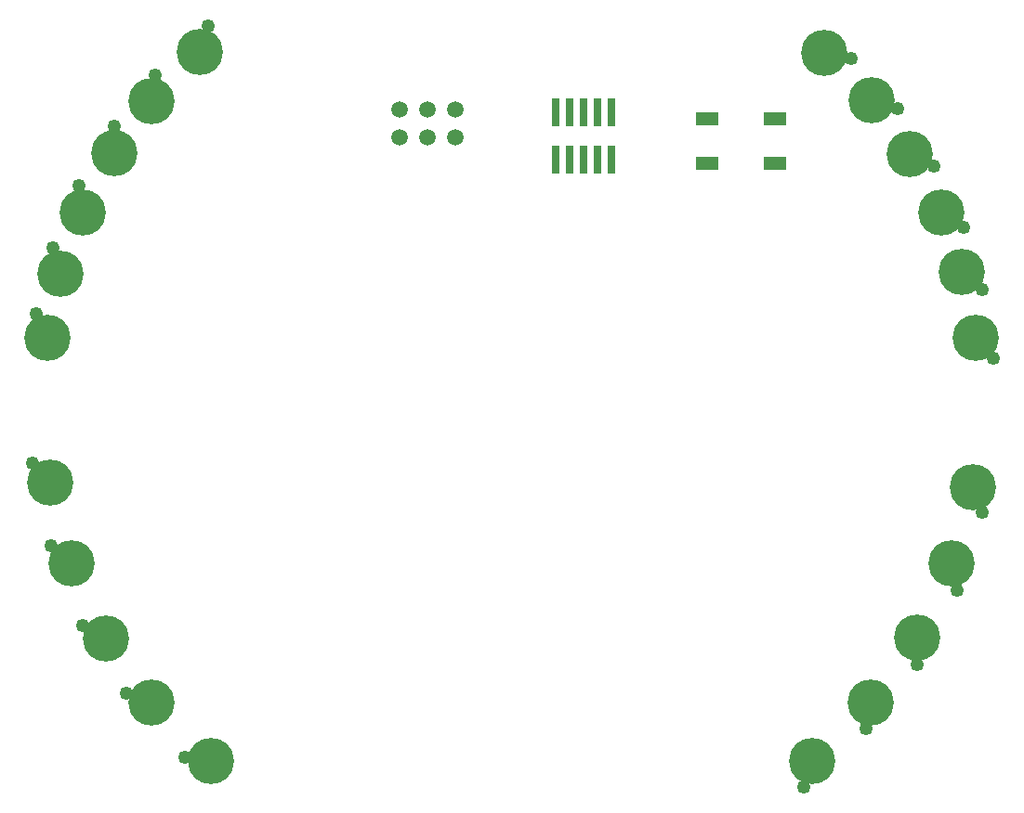
<source format=gbp>
G04 #@! TF.GenerationSoftware,KiCad,Pcbnew,(5.1.4-0-10_14)*
G04 #@! TF.CreationDate,2019-11-18T16:06:03-06:00*
G04 #@! TF.ProjectId,CircuitPythonBadge v1_3,43697263-7569-4745-9079-74686f6e4261,rev?*
G04 #@! TF.SameCoordinates,Original*
G04 #@! TF.FileFunction,Paste,Bot*
G04 #@! TF.FilePolarity,Positive*
%FSLAX46Y46*%
G04 Gerber Fmt 4.6, Leading zero omitted, Abs format (unit mm)*
G04 Created by KiCad (PCBNEW (5.1.4-0-10_14)) date 2019-11-18 16:06:03*
%MOMM*%
%LPD*%
G04 APERTURE LIST*
%ADD10C,1.250000*%
%ADD11C,4.213860*%
%ADD12C,1.500000*%
%ADD13R,1.998980X1.198880*%
%ADD14R,0.759460X2.598420*%
G04 APERTURE END LIST*
D10*
X56694830Y-91965336D03*
D11*
X57699987Y-94199990D03*
D10*
X70178377Y-132415066D03*
D11*
X72599964Y-132789151D03*
D10*
X142826975Y-89784100D03*
D11*
X140999803Y-88151475D03*
D10*
X58224939Y-85947222D03*
D11*
X58909310Y-88300020D03*
D10*
X60542519Y-80291062D03*
D11*
X60892784Y-82716209D03*
D10*
X63802616Y-74880719D03*
D11*
X63769192Y-77330801D03*
D10*
X67526175Y-70179059D03*
D11*
X67194410Y-72606805D03*
D10*
X72314046Y-65748025D03*
D11*
X71606582Y-68093982D03*
D10*
X140577070Y-117177238D03*
D11*
X140100364Y-114773746D03*
D10*
X142887108Y-110072411D03*
D11*
X142000282Y-107788213D03*
D10*
X136952043Y-123949756D03*
D11*
X136899941Y-121500000D03*
D10*
X64880212Y-126610630D03*
D11*
X67200049Y-127399536D03*
D10*
X60912457Y-120374244D03*
D11*
X63060059Y-121554000D03*
D10*
X57989923Y-113164986D03*
D11*
X59900036Y-114699746D03*
D10*
X56293132Y-105557082D03*
D11*
X57907718Y-107400213D03*
D10*
X138428275Y-78488888D03*
D11*
X136240808Y-77384801D03*
D10*
X135119988Y-73288870D03*
D11*
X132800151Y-72499964D03*
D10*
X143852334Y-96027657D03*
D11*
X142303056Y-94129300D03*
D10*
X130906974Y-68658352D03*
D11*
X128499918Y-68199982D03*
D10*
X141137012Y-84062453D03*
D11*
X139100404Y-82700010D03*
D10*
X126610630Y-135119988D03*
D11*
X127399536Y-132800151D03*
D10*
X132315066Y-129848123D03*
D11*
X132689151Y-127426536D03*
D12*
X94876000Y-73308000D03*
X92336000Y-73308000D03*
X89796000Y-73308000D03*
X94876000Y-75848000D03*
X92336000Y-75848000D03*
X89796000Y-75848000D03*
D13*
X117777200Y-74209020D03*
X123974800Y-74209020D03*
X117777200Y-78206980D03*
X123974800Y-78206980D03*
D14*
X109116000Y-77905640D03*
X109116000Y-73607960D03*
X107846000Y-77905640D03*
X107846000Y-73607960D03*
X106576000Y-77905640D03*
X106576000Y-73607960D03*
X105306000Y-77905640D03*
X105306000Y-73607960D03*
X104036000Y-77905640D03*
X104036000Y-73607960D03*
M02*

</source>
